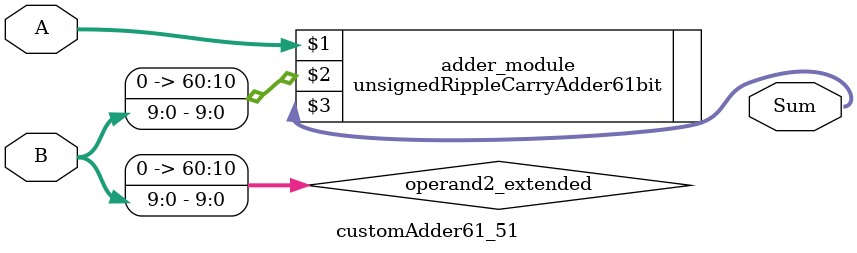
<source format=v>
module customAdder61_51(
                        input [60 : 0] A,
                        input [9 : 0] B,
                        
                        output [61 : 0] Sum
                );

        wire [60 : 0] operand2_extended;
        
        assign operand2_extended =  {51'b0, B};
        
        unsignedRippleCarryAdder61bit adder_module(
            A,
            operand2_extended,
            Sum
        );
        
        endmodule
        
</source>
